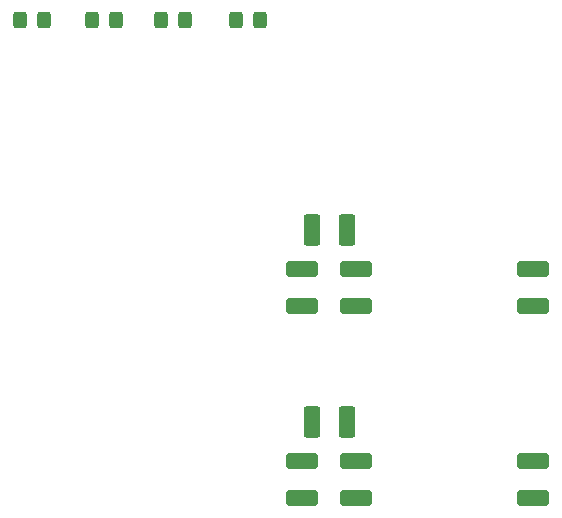
<source format=gbr>
%TF.GenerationSoftware,KiCad,Pcbnew,(6.0.1)*%
%TF.CreationDate,2022-06-01T15:29:54+03:00*%
%TF.ProjectId,Supply_Power,53757070-6c79-45f5-906f-7765722e6b69,rev?*%
%TF.SameCoordinates,Original*%
%TF.FileFunction,Paste,Top*%
%TF.FilePolarity,Positive*%
%FSLAX46Y46*%
G04 Gerber Fmt 4.6, Leading zero omitted, Abs format (unit mm)*
G04 Created by KiCad (PCBNEW (6.0.1)) date 2022-06-01 15:29:54*
%MOMM*%
%LPD*%
G01*
G04 APERTURE LIST*
G04 Aperture macros list*
%AMRoundRect*
0 Rectangle with rounded corners*
0 $1 Rounding radius*
0 $2 $3 $4 $5 $6 $7 $8 $9 X,Y pos of 4 corners*
0 Add a 4 corners polygon primitive as box body*
4,1,4,$2,$3,$4,$5,$6,$7,$8,$9,$2,$3,0*
0 Add four circle primitives for the rounded corners*
1,1,$1+$1,$2,$3*
1,1,$1+$1,$4,$5*
1,1,$1+$1,$6,$7*
1,1,$1+$1,$8,$9*
0 Add four rect primitives between the rounded corners*
20,1,$1+$1,$2,$3,$4,$5,0*
20,1,$1+$1,$4,$5,$6,$7,0*
20,1,$1+$1,$6,$7,$8,$9,0*
20,1,$1+$1,$8,$9,$2,$3,0*%
G04 Aperture macros list end*
%ADD10RoundRect,0.250000X0.325000X0.450000X-0.325000X0.450000X-0.325000X-0.450000X0.325000X-0.450000X0*%
%ADD11RoundRect,0.250000X-1.100000X0.412500X-1.100000X-0.412500X1.100000X-0.412500X1.100000X0.412500X0*%
%ADD12RoundRect,0.250000X1.100000X-0.412500X1.100000X0.412500X-1.100000X0.412500X-1.100000X-0.412500X0*%
%ADD13RoundRect,0.250001X-0.462499X-1.074999X0.462499X-1.074999X0.462499X1.074999X-0.462499X1.074999X0*%
G04 APERTURE END LIST*
D10*
%TO.C,D6*%
X67573000Y-25908000D03*
X65523000Y-25908000D03*
%TD*%
D11*
%TO.C,C8*%
X83312000Y-46951500D03*
X83312000Y-50076500D03*
%TD*%
%TO.C,C12*%
X87884000Y-63207500D03*
X87884000Y-66332500D03*
%TD*%
D10*
%TO.C,D4*%
X79765000Y-25908000D03*
X77715000Y-25908000D03*
%TD*%
D11*
%TO.C,C9*%
X87884000Y-46951500D03*
X87884000Y-50076500D03*
%TD*%
D12*
%TO.C,C13*%
X102870000Y-66332500D03*
X102870000Y-63207500D03*
%TD*%
D10*
%TO.C,D7*%
X61477000Y-25908000D03*
X59427000Y-25908000D03*
%TD*%
D12*
%TO.C,C10*%
X102870000Y-50076500D03*
X102870000Y-46951500D03*
%TD*%
D13*
%TO.C,L4*%
X84110500Y-59944000D03*
X87085500Y-59944000D03*
%TD*%
D11*
%TO.C,C11*%
X83312000Y-63207500D03*
X83312000Y-66332500D03*
%TD*%
D10*
%TO.C,D5*%
X73415000Y-25908000D03*
X71365000Y-25908000D03*
%TD*%
D13*
%TO.C,L3*%
X84110500Y-43688000D03*
X87085500Y-43688000D03*
%TD*%
M02*

</source>
